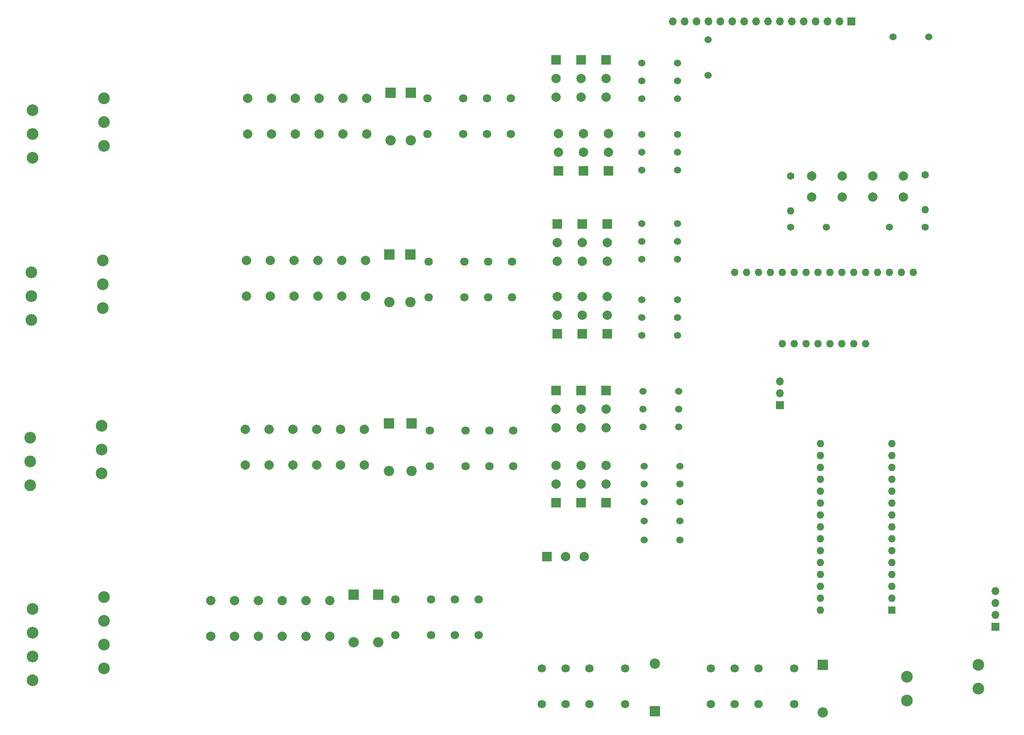
<source format=gbs>
%TF.GenerationSoftware,KiCad,Pcbnew,(5.1.6)-1*%
%TF.CreationDate,2021-08-20T11:56:07+02:00*%
%TF.ProjectId,_Asclepios-Ohmmeter-v2,b5417363-6c65-4706-996f-732d4f686d6d,rev?*%
%TF.SameCoordinates,PXc65d40PYa4fc540*%
%TF.FileFunction,Soldermask,Bot*%
%TF.FilePolarity,Negative*%
%FSLAX46Y46*%
G04 Gerber Fmt 4.6, Leading zero omitted, Abs format (unit mm)*
G04 Created by KiCad (PCBNEW (5.1.6)-1) date 2021-08-20 11:56:07*
%MOMM*%
%LPD*%
G01*
G04 APERTURE LIST*
%ADD10C,2.500000*%
%ADD11C,2.000000*%
%ADD12O,2.200000X2.200000*%
%ADD13R,2.200000X2.200000*%
%ADD14O,1.700000X1.700000*%
%ADD15R,1.700000X1.700000*%
%ADD16R,2.000000X2.000000*%
%ADD17C,1.600000*%
%ADD18O,1.600000X1.600000*%
%ADD19R,1.600000X1.600000*%
%ADD20C,1.800000*%
%ADD21C,1.524000*%
G04 APERTURE END LIST*
D10*
%TO.C,J1*%
X34830000Y126316000D03*
X19590000Y123776000D03*
X34830000Y131406000D03*
X34830000Y136486000D03*
X19590000Y128866000D03*
X19590000Y133946000D03*
%TD*%
%TO.C,J2*%
X34576000Y91710000D03*
X19336000Y89170000D03*
X34576000Y96800000D03*
X34576000Y101880000D03*
X19336000Y94260000D03*
X19336000Y99340000D03*
%TD*%
%TO.C,J3*%
X34322000Y56404000D03*
X19082000Y53864000D03*
X34322000Y61494000D03*
X34322000Y66574000D03*
X19082000Y58954000D03*
X19082000Y64034000D03*
%TD*%
%TO.C,JC1*%
X34830000Y14758000D03*
X34830000Y19838000D03*
X19590000Y12218000D03*
X19590000Y17298000D03*
%TD*%
%TO.C,JCI1*%
X34830000Y24918000D03*
X34830000Y29998000D03*
X19590000Y22378000D03*
X19590000Y27458000D03*
%TD*%
D11*
%TO.C,K41*%
X90886000Y136486000D03*
X85806000Y136486000D03*
X80726000Y136486000D03*
X75646000Y136486000D03*
X70566000Y136486000D03*
X65486000Y136486000D03*
X65486000Y128866000D03*
X70566000Y128866000D03*
X75646000Y128866000D03*
X80726000Y128866000D03*
X85806000Y128866000D03*
X90886000Y128866000D03*
%TD*%
%TO.C,K42*%
X90632000Y101880000D03*
X85552000Y101880000D03*
X80472000Y101880000D03*
X75392000Y101880000D03*
X70312000Y101880000D03*
X65232000Y101880000D03*
X65232000Y94260000D03*
X70312000Y94260000D03*
X75392000Y94260000D03*
X80472000Y94260000D03*
X85552000Y94260000D03*
X90632000Y94260000D03*
%TD*%
%TO.C,K43*%
X90378000Y65812000D03*
X85298000Y65812000D03*
X80218000Y65812000D03*
X75138000Y65812000D03*
X70058000Y65812000D03*
X64978000Y65812000D03*
X64978000Y58192000D03*
X70058000Y58192000D03*
X75138000Y58192000D03*
X80218000Y58192000D03*
X85298000Y58192000D03*
X90378000Y58192000D03*
%TD*%
%TO.C,KC1*%
X83012000Y29236000D03*
X77932000Y29236000D03*
X72852000Y29236000D03*
X67772000Y29236000D03*
X62692000Y29236000D03*
X57612000Y29236000D03*
X57612000Y21616000D03*
X62692000Y21616000D03*
X67772000Y21616000D03*
X72852000Y21616000D03*
X77932000Y21616000D03*
X83012000Y21616000D03*
%TD*%
D12*
%TO.C,DI1*%
X93299000Y20346000D03*
D13*
X93299000Y30506000D03*
%TD*%
D14*
%TO.C,JUSB1*%
X224998000Y31268000D03*
X224998000Y28728000D03*
X224998000Y26188000D03*
D15*
X224998000Y23648000D03*
%TD*%
D11*
%TO.C,Q16*%
X131272000Y54128000D03*
X131282000Y58108000D03*
D16*
X131282000Y50128000D03*
%TD*%
D11*
%TO.C,Q19*%
X133304000Y38634000D03*
X137284000Y38624000D03*
D16*
X129304000Y38624000D03*
%TD*%
D11*
%TO.C,Q18*%
X141940000Y54128000D03*
X141950000Y58108000D03*
D16*
X141950000Y50128000D03*
%TD*%
D11*
%TO.C,Q17*%
X136606000Y54128000D03*
X136616000Y58108000D03*
D16*
X136616000Y50128000D03*
%TD*%
D11*
%TO.C,Q15*%
X141940000Y70130000D03*
X141930000Y66150000D03*
D16*
X141930000Y74130000D03*
%TD*%
D11*
%TO.C,Q14*%
X136606000Y70130000D03*
X136596000Y66150000D03*
D16*
X136596000Y74130000D03*
%TD*%
D11*
%TO.C,Q13*%
X131272000Y70130000D03*
X131262000Y66150000D03*
D16*
X131262000Y74130000D03*
%TD*%
D11*
%TO.C,Q11*%
X136860000Y90196000D03*
X136870000Y94176000D03*
D16*
X136870000Y86196000D03*
%TD*%
D11*
%TO.C,Q12*%
X142194000Y90196000D03*
X142204000Y94176000D03*
D16*
X142204000Y86196000D03*
%TD*%
D11*
%TO.C,Q9*%
X142194000Y105690000D03*
X142184000Y101710000D03*
D16*
X142184000Y109690000D03*
%TD*%
D11*
%TO.C,Q8*%
X136860000Y105690000D03*
X136850000Y101710000D03*
D16*
X136850000Y109690000D03*
%TD*%
D11*
%TO.C,Q7*%
X131526000Y105690000D03*
X131516000Y101710000D03*
D16*
X131516000Y109690000D03*
%TD*%
D11*
%TO.C,Q10*%
X131526000Y90196000D03*
X131536000Y94176000D03*
D16*
X131536000Y86196000D03*
%TD*%
D11*
%TO.C,Q5*%
X137063000Y125021200D03*
X137073000Y129001200D03*
D16*
X137073000Y121021200D03*
%TD*%
D11*
%TO.C,Q6*%
X142397000Y125021200D03*
X142407000Y129001200D03*
D16*
X142407000Y121021200D03*
%TD*%
D11*
%TO.C,Q3*%
X141915000Y140695800D03*
X141905000Y136715800D03*
D16*
X141905000Y144695800D03*
%TD*%
D11*
%TO.C,Q2*%
X136581000Y140695800D03*
X136571000Y136715800D03*
D16*
X136571000Y144695800D03*
%TD*%
D11*
%TO.C,Q1*%
X131247000Y140695800D03*
X131237000Y136715800D03*
D16*
X131237000Y144695800D03*
%TD*%
D11*
%TO.C,Q4*%
X131729000Y125021200D03*
X131739000Y129001200D03*
D16*
X131739000Y121021200D03*
%TD*%
D17*
%TO.C,C1*%
X181310000Y119914000D03*
D18*
X181310000Y112414000D03*
%TD*%
D17*
%TO.C,C2*%
X210012000Y120168000D03*
D18*
X210012000Y112668000D03*
%TD*%
D12*
%TO.C,D21*%
X100284000Y127534000D03*
D13*
X100284000Y137694000D03*
%TD*%
D12*
%TO.C,D22*%
X100157000Y92990000D03*
D13*
X100157000Y103150000D03*
%TD*%
D12*
%TO.C,D23*%
X100411000Y56922000D03*
D13*
X100411000Y67082000D03*
%TD*%
D12*
%TO.C,D41*%
X95966000Y127534000D03*
D13*
X95966000Y137694000D03*
%TD*%
D12*
%TO.C,D42*%
X95712000Y92990000D03*
D13*
X95712000Y103150000D03*
%TD*%
D12*
%TO.C,D43*%
X95585000Y56922000D03*
D13*
X95585000Y67082000D03*
%TD*%
D12*
%TO.C,DA1*%
X152354000Y15774000D03*
D13*
X152354000Y5614000D03*
%TD*%
D12*
%TO.C,DC1*%
X88092000Y20346000D03*
D13*
X88092000Y30506000D03*
%TD*%
D12*
%TO.C,DS1*%
X188168000Y5360000D03*
D13*
X188168000Y15520000D03*
%TD*%
D18*
%TO.C,JA1*%
X187660000Y62764000D03*
X202900000Y62764000D03*
X187660000Y27204000D03*
X202900000Y60224000D03*
X187660000Y29744000D03*
X202900000Y57684000D03*
X187660000Y32284000D03*
X202900000Y55144000D03*
X187660000Y34824000D03*
X202900000Y52604000D03*
X187660000Y37364000D03*
X202900000Y50064000D03*
X187660000Y39904000D03*
X202900000Y47524000D03*
X187660000Y42444000D03*
X202900000Y44984000D03*
X187660000Y44984000D03*
X202900000Y42444000D03*
X187660000Y47524000D03*
X202900000Y39904000D03*
X187660000Y50064000D03*
X202900000Y37364000D03*
X187660000Y52604000D03*
X202900000Y34824000D03*
X187660000Y55144000D03*
X202900000Y32284000D03*
X187660000Y57684000D03*
X202900000Y29744000D03*
X187660000Y60224000D03*
D19*
X202900000Y27204000D03*
%TD*%
D14*
%TO.C,JE1*%
X156164000Y152934000D03*
X158704000Y152934000D03*
X161244000Y152934000D03*
X163784000Y152934000D03*
X166324000Y152934000D03*
X168864000Y152934000D03*
X171404000Y152934000D03*
X173944000Y152934000D03*
X176484000Y152934000D03*
X179024000Y152934000D03*
X181564000Y152934000D03*
X184104000Y152934000D03*
X186644000Y152934000D03*
X189184000Y152934000D03*
X191724000Y152934000D03*
D15*
X194264000Y152934000D03*
%TD*%
D10*
%TO.C,JEX1*%
X206124000Y12980000D03*
X206124000Y7900000D03*
X221364000Y15520000D03*
X221364000Y10440000D03*
%TD*%
D18*
%TO.C,JM1*%
X169372000Y99340000D03*
X207472000Y99340000D03*
X171912000Y99340000D03*
X174452000Y99340000D03*
X176992000Y99340000D03*
X179532000Y99340000D03*
X197312000Y84100000D03*
X182072000Y99340000D03*
X194772000Y84100000D03*
X184612000Y99340000D03*
X192232000Y84100000D03*
X187152000Y99340000D03*
X189692000Y84100000D03*
X189692000Y99340000D03*
X187152000Y84100000D03*
X192232000Y99340000D03*
X184612000Y84100000D03*
X194772000Y99340000D03*
X182072000Y84100000D03*
X197312000Y99340000D03*
X179532000Y84100000D03*
X199852000Y99340000D03*
X202392000Y99340000D03*
X204932000Y99340000D03*
%TD*%
D20*
%TO.C,K21*%
X121620000Y128866000D03*
X121620000Y136486000D03*
X116540000Y136486000D03*
X116540000Y128866000D03*
X111460000Y136486000D03*
X111460000Y128866000D03*
X103840000Y136486000D03*
X103840000Y128866000D03*
%TD*%
%TO.C,K22*%
X121874000Y94006000D03*
X121874000Y101626000D03*
X116794000Y101626000D03*
X116794000Y94006000D03*
X111714000Y101626000D03*
X111714000Y94006000D03*
X104094000Y101626000D03*
X104094000Y94006000D03*
%TD*%
%TO.C,K23*%
X122128000Y57938000D03*
X122128000Y65558000D03*
X117048000Y65558000D03*
X117048000Y57938000D03*
X111968000Y65558000D03*
X111968000Y57938000D03*
X104348000Y65558000D03*
X104348000Y57938000D03*
%TD*%
%TO.C,KA1*%
X128224000Y14758000D03*
X128224000Y7138000D03*
X133304000Y7138000D03*
X133304000Y14758000D03*
X138384000Y7138000D03*
X138384000Y14758000D03*
X146004000Y7138000D03*
X146004000Y14758000D03*
%TD*%
%TO.C,Ki1*%
X114762000Y21870000D03*
X114762000Y29490000D03*
X109682000Y29490000D03*
X109682000Y21870000D03*
X104602000Y29490000D03*
X104602000Y21870000D03*
X96982000Y29490000D03*
X96982000Y21870000D03*
%TD*%
%TO.C,KS1*%
X164292000Y14758000D03*
X164292000Y7138000D03*
X169372000Y7138000D03*
X169372000Y14758000D03*
X174452000Y7138000D03*
X174452000Y14758000D03*
X182072000Y7138000D03*
X182072000Y14758000D03*
%TD*%
D21*
%TO.C,R1*%
X149560000Y136424000D03*
X157180000Y136424000D03*
%TD*%
%TO.C,R2*%
X149560000Y144044000D03*
X157180000Y144044000D03*
%TD*%
%TO.C,R3*%
X149560000Y140234000D03*
X157180000Y140234000D03*
%TD*%
%TO.C,R4*%
X149560000Y121184000D03*
X157180000Y121184000D03*
%TD*%
%TO.C,R5*%
X149560000Y128804000D03*
X157180000Y128804000D03*
%TD*%
%TO.C,R6*%
X149560000Y124994000D03*
X157180000Y124994000D03*
%TD*%
%TO.C,R7*%
X149560000Y102134000D03*
X157180000Y102134000D03*
%TD*%
%TO.C,R8*%
X149560000Y109754000D03*
X157180000Y109754000D03*
%TD*%
%TO.C,R9*%
X149560000Y105944000D03*
X157180000Y105944000D03*
%TD*%
%TO.C,R10*%
X149560000Y85878000D03*
X157180000Y85878000D03*
%TD*%
%TO.C,R11*%
X149560000Y93498000D03*
X157180000Y93498000D03*
%TD*%
%TO.C,R12*%
X149560000Y89688000D03*
X157180000Y89688000D03*
%TD*%
%TO.C,R13*%
X149814000Y66320000D03*
X157434000Y66320000D03*
%TD*%
%TO.C,R14*%
X149814000Y73940000D03*
X157434000Y73940000D03*
%TD*%
%TO.C,R15*%
X149814000Y70130000D03*
X157434000Y70130000D03*
%TD*%
%TO.C,R16*%
X150068000Y50318000D03*
X157688000Y50318000D03*
%TD*%
%TO.C,R17*%
X150068000Y57938000D03*
X157688000Y57938000D03*
%TD*%
%TO.C,R18*%
X150068000Y54128000D03*
X157688000Y54128000D03*
%TD*%
%TO.C,R19*%
X150068000Y46254000D03*
X157688000Y46254000D03*
%TD*%
%TO.C,R22*%
X163657000Y141377000D03*
X163657000Y148997000D03*
%TD*%
%TO.C,R23*%
X210774000Y149632000D03*
X203154000Y149632000D03*
%TD*%
%TO.C,Rb1*%
X188930000Y108992000D03*
X181310000Y108992000D03*
%TD*%
%TO.C,Rb2*%
X202392000Y108992000D03*
X210012000Y108992000D03*
%TD*%
%TO.C,RC1*%
X150068000Y42190000D03*
X157688000Y42190000D03*
%TD*%
D11*
%TO.C,SW1*%
X192255000Y119914000D03*
X192255000Y115414000D03*
X185755000Y119914000D03*
X185755000Y115414000D03*
%TD*%
%TO.C,SW2*%
X205336000Y119914000D03*
X205336000Y115414000D03*
X198836000Y119914000D03*
X198836000Y115414000D03*
%TD*%
D14*
%TO.C,JLed1*%
X179000000Y76080000D03*
X179000000Y73540000D03*
D15*
X179000000Y71000000D03*
%TD*%
M02*

</source>
